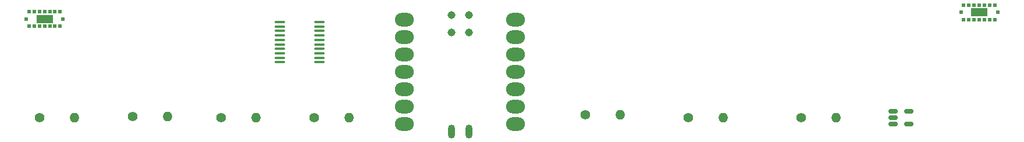
<source format=gbr>
%TF.GenerationSoftware,KiCad,Pcbnew,8.0.8*%
%TF.CreationDate,2025-05-01T05:04:39-05:00*%
%TF.ProjectId,Obstacle_detector,4f627374-6163-46c6-955f-646574656374,rev?*%
%TF.SameCoordinates,Original*%
%TF.FileFunction,Soldermask,Top*%
%TF.FilePolarity,Negative*%
%FSLAX46Y46*%
G04 Gerber Fmt 4.6, Leading zero omitted, Abs format (unit mm)*
G04 Created by KiCad (PCBNEW 8.0.8) date 2025-05-01 05:04:39*
%MOMM*%
%LPD*%
G01*
G04 APERTURE LIST*
G04 Aperture macros list*
%AMRoundRect*
0 Rectangle with rounded corners*
0 $1 Rounding radius*
0 $2 $3 $4 $5 $6 $7 $8 $9 X,Y pos of 4 corners*
0 Add a 4 corners polygon primitive as box body*
4,1,4,$2,$3,$4,$5,$6,$7,$8,$9,$2,$3,0*
0 Add four circle primitives for the rounded corners*
1,1,$1+$1,$2,$3*
1,1,$1+$1,$4,$5*
1,1,$1+$1,$6,$7*
1,1,$1+$1,$8,$9*
0 Add four rect primitives between the rounded corners*
20,1,$1+$1,$2,$3,$4,$5,0*
20,1,$1+$1,$4,$5,$6,$7,0*
20,1,$1+$1,$6,$7,$8,$9,0*
20,1,$1+$1,$8,$9,$2,$3,0*%
G04 Aperture macros list end*
%ADD10C,1.400000*%
%ADD11O,1.400000X1.400000*%
%ADD12RoundRect,0.150000X-0.512500X-0.150000X0.512500X-0.150000X0.512500X0.150000X-0.512500X0.150000X0*%
%ADD13R,0.530000X0.545000*%
%ADD14R,0.565000X0.530000*%
%ADD15R,2.345995X1.229995*%
%ADD16RoundRect,0.100000X-0.637500X-0.100000X0.637500X-0.100000X0.637500X0.100000X-0.637500X0.100000X0*%
%ADD17O,2.748280X1.998980*%
%ADD18O,1.016000X2.032000*%
%ADD19C,1.143000*%
G04 APERTURE END LIST*
D10*
%TO.C,R3*%
X112380000Y-31000000D03*
D11*
X117460000Y-31000000D03*
%TD*%
D10*
%TO.C,R1*%
X18044393Y-31000000D03*
D11*
X23124393Y-31000000D03*
%TD*%
D12*
%TO.C,U5*%
X142225000Y-30000000D03*
X142225000Y-30950000D03*
X142225000Y-31900000D03*
X144500000Y-31900000D03*
X144500000Y-30000000D03*
%TD*%
D13*
%TO.C,U4*%
X21000000Y-17615002D03*
X20249999Y-17615002D03*
X19500000Y-17615002D03*
X18749999Y-17615002D03*
X17999998Y-17615002D03*
X17249999Y-17615002D03*
X16499998Y-17615002D03*
D14*
X21417499Y-16557501D03*
D15*
X18749999Y-16557501D03*
D14*
X16082499Y-16557501D03*
D13*
X21000000Y-15500000D03*
X20249999Y-15500000D03*
X19500000Y-15500000D03*
X18749999Y-15500000D03*
X17999998Y-15500000D03*
X17249999Y-15500000D03*
X16499998Y-15500000D03*
%TD*%
D10*
%TO.C,R7*%
X128880000Y-31000000D03*
D11*
X133960000Y-31000000D03*
%TD*%
D10*
%TO.C,R5*%
X44460000Y-31000000D03*
D11*
X49540000Y-31000000D03*
%TD*%
D10*
%TO.C,R2*%
X31584393Y-30814123D03*
D11*
X36664393Y-30814123D03*
%TD*%
D10*
%TO.C,R4*%
X97460000Y-30500000D03*
D11*
X102540000Y-30500000D03*
%TD*%
D13*
%TO.C,U2*%
X157000002Y-16615002D03*
X156250001Y-16615002D03*
X155500002Y-16615002D03*
X154750001Y-16615002D03*
X154000000Y-16615002D03*
X153250001Y-16615002D03*
X152500000Y-16615002D03*
D14*
X157417501Y-15557501D03*
D15*
X154750001Y-15557501D03*
D14*
X152082501Y-15557501D03*
D13*
X157000002Y-14500000D03*
X156250001Y-14500000D03*
X155500002Y-14500000D03*
X154750001Y-14500000D03*
X154000000Y-14500000D03*
X153250001Y-14500000D03*
X152500000Y-14500000D03*
%TD*%
D10*
%TO.C,R6*%
X57960000Y-31000000D03*
D11*
X63040000Y-31000000D03*
%TD*%
D16*
%TO.C,U3*%
X53000000Y-17000000D03*
X53000000Y-17650000D03*
X53000000Y-18300000D03*
X53000000Y-18950000D03*
X53000000Y-19600000D03*
X53000000Y-20250000D03*
X53000000Y-20900000D03*
X53000000Y-21550000D03*
X53000000Y-22200000D03*
X53000000Y-22850000D03*
X58725000Y-22850000D03*
X58725000Y-22200000D03*
X58725000Y-21550000D03*
X58725000Y-20900000D03*
X58725000Y-20250000D03*
X58725000Y-19600000D03*
X58725000Y-18950000D03*
X58725000Y-18300000D03*
X58725000Y-17650000D03*
X58725000Y-17000000D03*
%TD*%
D17*
%TO.C,U1*%
X71094317Y-16686367D03*
X71094317Y-19226367D03*
X71094317Y-21766367D03*
X71094317Y-24306367D03*
X71094317Y-26846367D03*
X71094317Y-29386367D03*
X71094317Y-31926367D03*
X87258877Y-31926367D03*
X87258877Y-29386367D03*
X87258877Y-26846367D03*
X87258877Y-24306367D03*
X87258877Y-21766367D03*
X87258877Y-19226367D03*
X87258877Y-16686367D03*
D18*
X77961197Y-33004187D03*
X80511197Y-33004187D03*
D19*
X77960000Y-16000000D03*
X80500000Y-16000000D03*
X77960000Y-18540000D03*
X80500000Y-18540000D03*
%TD*%
M02*

</source>
